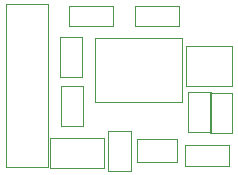
<source format=gbr>
%TF.GenerationSoftware,KiCad,Pcbnew,7.0.1-0*%
%TF.CreationDate,2023-04-25T00:20:10+03:00*%
%TF.ProjectId,power switch with delay,706f7765-7220-4737-9769-746368207769,rev?*%
%TF.SameCoordinates,Original*%
%TF.FileFunction,Other,User*%
%FSLAX46Y46*%
G04 Gerber Fmt 4.6, Leading zero omitted, Abs format (unit mm)*
G04 Created by KiCad (PCBNEW 7.0.1-0) date 2023-04-25 00:20:10*
%MOMM*%
%LPD*%
G01*
G04 APERTURE LIST*
%ADD10C,0.050000*%
G04 APERTURE END LIST*
D10*
%TO.C,R5*%
X130750000Y-96232500D02*
X130750000Y-99592500D01*
X130750000Y-99592500D02*
X128850000Y-99592500D01*
X128850000Y-96232500D02*
X130750000Y-96232500D01*
X128850000Y-99592500D02*
X128850000Y-96232500D01*
%TO.C,R4*%
X130650000Y-99680000D02*
X130650000Y-96320000D01*
X130650000Y-96320000D02*
X132550000Y-96320000D01*
X132550000Y-99680000D02*
X130650000Y-99680000D01*
X132550000Y-96320000D02*
X132550000Y-99680000D01*
%TO.C,R3*%
X122050000Y-102880000D02*
X122050000Y-99520000D01*
X122050000Y-99520000D02*
X123950000Y-99520000D01*
X123950000Y-102880000D02*
X122050000Y-102880000D01*
X123950000Y-99520000D02*
X123950000Y-102880000D01*
%TO.C,R2*%
X119862500Y-91607500D02*
X119862500Y-94967500D01*
X119862500Y-94967500D02*
X117962500Y-94967500D01*
X117962500Y-91607500D02*
X119862500Y-91607500D01*
X117962500Y-94967500D02*
X117962500Y-91607500D01*
%TO.C,R1*%
X119950000Y-95720000D02*
X119950000Y-99080000D01*
X119950000Y-99080000D02*
X118050000Y-99080000D01*
X118050000Y-95720000D02*
X119950000Y-95720000D01*
X118050000Y-99080000D02*
X118050000Y-95720000D01*
%TO.C,Q1*%
X128300000Y-91700000D02*
X128300000Y-97100000D01*
X120900000Y-91700000D02*
X128300000Y-91700000D01*
X120900000Y-91700000D02*
X120900000Y-97100000D01*
X120900000Y-97100000D02*
X128300000Y-97100000D01*
%TO.C,JP1*%
X121700000Y-102650000D02*
X121700000Y-100150000D01*
X121700000Y-102650000D02*
X117100000Y-102650000D01*
X117100000Y-100150000D02*
X117100000Y-102650000D01*
X117100000Y-100150000D02*
X121700000Y-100150000D01*
%TO.C,J1*%
X113400000Y-88800000D02*
X113400000Y-102550000D01*
X117000000Y-102550000D02*
X117000000Y-88800000D01*
X117000000Y-88800000D02*
X113400000Y-88800000D01*
X113400000Y-102550000D02*
X117000000Y-102550000D01*
%TO.C,D2*%
X124520000Y-102150000D02*
X124520000Y-100250000D01*
X127880000Y-100250000D02*
X127880000Y-102150000D01*
X124520000Y-100250000D02*
X127880000Y-100250000D01*
X127880000Y-102150000D02*
X124520000Y-102150000D01*
%TO.C,D1*%
X132520000Y-95700000D02*
X132520000Y-92300000D01*
X128680000Y-92300000D02*
X128680000Y-95700000D01*
X128680000Y-95700000D02*
X132520000Y-95700000D01*
X132520000Y-92300000D02*
X128680000Y-92300000D01*
%TO.C,C3*%
X128520000Y-102480000D02*
X128520000Y-100720000D01*
X132280000Y-102480000D02*
X128520000Y-102480000D01*
X132280000Y-100720000D02*
X132280000Y-102480000D01*
X128520000Y-100720000D02*
X132280000Y-100720000D01*
%TO.C,C2*%
X118695000Y-88920000D02*
X122455000Y-88920000D01*
X122455000Y-88920000D02*
X122455000Y-90680000D01*
X122455000Y-90680000D02*
X118695000Y-90680000D01*
X118695000Y-90680000D02*
X118695000Y-88920000D01*
%TO.C,C1*%
X124295000Y-88920000D02*
X128055000Y-88920000D01*
X128055000Y-88920000D02*
X128055000Y-90680000D01*
X128055000Y-90680000D02*
X124295000Y-90680000D01*
X124295000Y-90680000D02*
X124295000Y-88920000D01*
%TD*%
M02*

</source>
